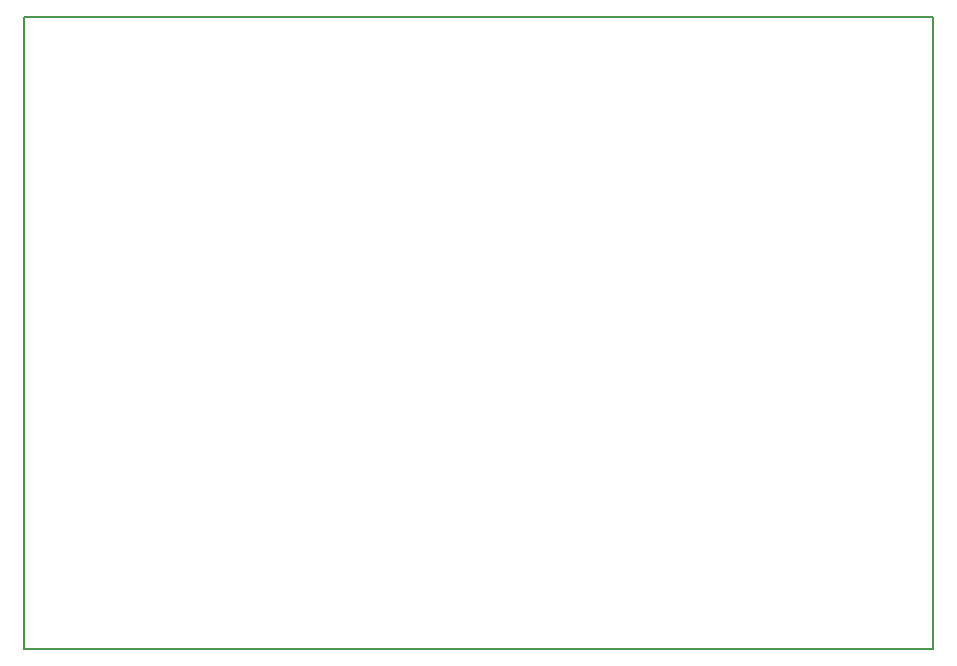
<source format=gm1>
G04 #@! TF.GenerationSoftware,KiCad,Pcbnew,5.0.1-33cea8e~66~ubuntu18.04.1*
G04 #@! TF.CreationDate,2018-11-09T10:32:11+01:00*
G04 #@! TF.ProjectId,sensor_board,73656E736F725F626F6172642E6B6963,rev?*
G04 #@! TF.SameCoordinates,Original*
G04 #@! TF.FileFunction,Profile,NP*
%FSLAX46Y46*%
G04 Gerber Fmt 4.6, Leading zero omitted, Abs format (unit mm)*
G04 Created by KiCad (PCBNEW 5.0.1-33cea8e~66~ubuntu18.04.1) date Fri 09 Nov 2018 10:32:11 CET*
%MOMM*%
%LPD*%
G01*
G04 APERTURE LIST*
%ADD10C,0.200000*%
G04 APERTURE END LIST*
D10*
X188000000Y-119000000D02*
X188000000Y-65500000D01*
X111000000Y-119000000D02*
X188000000Y-119000000D01*
X111000000Y-65500000D02*
X111000000Y-119000000D01*
X188000000Y-65500000D02*
X111000000Y-65500000D01*
M02*

</source>
